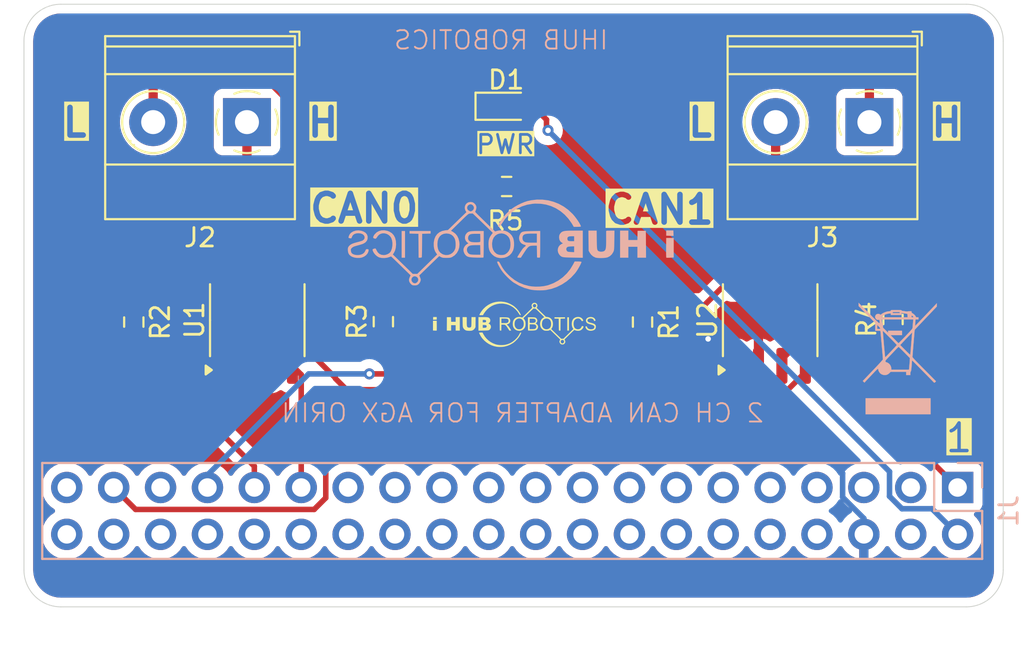
<source format=kicad_pcb>
(kicad_pcb (version 20240108) (generator "pcbnew") (generator_version "8.0")
  (layers (0 "F.Cu" signal) (31 "B.Cu" signal) (34 "B.Paste" user) (35 "F.Paste" user) (36 "B.SilkS" user "B.Silkscreen") (37 "F.SilkS" user "F.Silkscreen") (38 "B.Mask" user) (39 "F.Mask" user) (44 "Edge.Cuts" user))
  (net 0 "")
  (net 1 "Net-(D1-K)")
  (net 2 "+5V")
  (net 4 "Net-(J1-Pin_37)")
  (net 15 "Net-(J1-Pin_33)")
  (net 19 "Net-(J1-Pin_31)")
  (net 22 "GND")
  (net 36 "+3.3V")
  (net 37 "Net-(J1-Pin_29)")
  (net 42 "Net-(J2-Pin_1)")
  (net 43 "Net-(J2-Pin_2)")
  (net 44 "Net-(J3-Pin_1)")
  (net 45 "Net-(J3-Pin_2)")
  (net 46 "Net-(U2-Rs)")
  (net 47 "Net-(U1-Rs)")
  (footprint "LED_SMD:LED_0603_1608Metric_Pad1.05x0.95mm_HandSolder" (layer "F.Cu") (at 97.3525 112.07)
    (property "Reference" "D1" (at 0 -1.43 0) (layer "F.SilkS"))
    (property "Value" "PWR" (at -0.0425 2.07 0) (layer "F.SilkS" knockout))
    (pad "1" smd roundrect (at -0.875 0) (size 1.05 0.95) (layers "F.Cu" "F.Paste" "F.Mask") (net 1 "Net-(D1-K)"))
    (pad "2" smd roundrect (at 0.875 0) (size 1.05 0.95) (layers "F.Cu" "F.Paste" "F.Mask") (net 2 "+5V"))
  )
  (footprint "Resistor_SMD:R_0603_1608Metric_Pad0.98x0.95mm_HandSolder" (layer "F.Cu") (at 104.74 123.77 -90)
    (property "Reference" "R1" (at 0 -1.43 90) (layer "F.SilkS"))
    (property "Value" "10K")
    (pad "1" smd roundrect (at -0.9125 0 270) (size 0.975 0.95) (layers "F.Cu" "F.Paste" "F.Mask") (net 46 "Net-(U2-Rs)"))
    (pad "2" smd roundrect (at 0.9125 0 270) (size 0.975 0.95) (layers "F.Cu" "F.Paste" "F.Mask") (net 22 "GND"))
  )
  (footprint "Package_SO:SOIC-8_3.9x4.9mm_P1.27mm" (layer "F.Cu") (at 83.87 123.67 90)
    (property "Reference" "U1" (at 0 -3.4 90) (layer "F.SilkS"))
    (property "Value" "SN65HVD230")
    (pad "1" smd roundrect (at -2.475 -1.905 90) (size 1.95 0.6) (layers "F.Cu" "F.Paste" "F.Mask") (net 19 "Net-(J1-Pin_31)"))
    (pad "2" smd roundrect (at -2.475 -0.635 90) (size 1.95 0.6) (layers "F.Cu" "F.Paste" "F.Mask") (net 22 "GND"))
    (pad "3" smd roundrect (at -2.475 0.635 90) (size 1.95 0.6) (layers "F.Cu" "F.Paste" "F.Mask") (net 36 "+3.3V"))
    (pad "4" smd roundrect (at -2.475 1.905 90) (size 1.95 0.6) (layers "F.Cu" "F.Paste" "F.Mask") (net 37 "Net-(J1-Pin_29)"))
    (pad "5" smd roundrect (at 2.475 1.905 90) (size 1.95 0.6) (layers "F.Cu" "F.Paste" "F.Mask"))
    (pad "6" smd roundrect (at 2.475 0.635 90) (size 1.95 0.6) (layers "F.Cu" "F.Paste" "F.Mask") (net 43 "Net-(J2-Pin_2)"))
    (pad "7" smd roundrect (at 2.475 -0.635 90) (size 1.95 0.6) (layers "F.Cu" "F.Paste" "F.Mask") (net 42 "Net-(J2-Pin_1)"))
    (pad "8" smd roundrect (at 2.475 -1.905 90) (size 1.95 0.6) (layers "F.Cu" "F.Paste" "F.Mask") (net 47 "Net-(U1-Rs)"))
  )
  (footprint "Resistor_SMD:R_0603_1608Metric_Pad0.98x0.95mm_HandSolder" (layer "F.Cu") (at 97.3775 116.42)
    (property "Reference" "R5" (at -0.0675 1.86 0) (layer "F.SilkS"))
    (property "Value" "220")
    (pad "1" smd roundrect (at -0.9125 0) (size 0.975 0.95) (layers "F.Cu" "F.Paste" "F.Mask") (net 1 "Net-(D1-K)"))
    (pad "2" smd roundrect (at 0.9125 0) (size 0.975 0.95) (layers "F.Cu" "F.Paste" "F.Mask") (net 22 "GND"))
  )
  (footprint "LOGO" (layer "F.Cu") (at 97.716057 123.949099)
    (property "Reference" "G***" (hide yes))
    (property "Value" "LOGO" (hide yes))
  )
  (footprint "TerminalBlock_Phoenix:TerminalBlock_Phoenix_MKDS-1,5-2-5.08_1x02_P5.08mm_Horizontal" (layer "F.Cu") (at 117.03 112.93 180)
    (property "Reference" "J3" (at 2.54 -6.26 360) (layer "F.SilkS"))
    (property "Value" "cn1")
    (pad "1" thru_hole rect (at 0 0 180) (size 2.6 2.6) (drill 1.3) (layers "*.Cu" "*.Mask") (net 44 "Net-(J3-Pin_1)"))
    (pad "2" thru_hole circle (at 5.08 0 180) (size 2.6 2.6) (drill 1.3) (layers "*.Cu" "*.Mask") (net 45 "Net-(J3-Pin_2)"))
  )
  (footprint "Resistor_SMD:R_0603_1608Metric_Pad0.98x0.95mm_HandSolder" (layer "F.Cu") (at 77.18 123.77 -90)
    (property "Reference" "R2" (at 0 -1.43 90) (layer "F.SilkS"))
    (property "Value" "10K")
    (pad "1" smd roundrect (at -0.9125 0 270) (size 0.975 0.95) (layers "F.Cu" "F.Paste" "F.Mask") (net 47 "Net-(U1-Rs)"))
    (pad "2" smd roundrect (at 0.9125 0 270) (size 0.975 0.95) (layers "F.Cu" "F.Paste" "F.Mask") (net 22 "GND"))
  )
  (footprint "Package_SO:SOIC-8_3.9x4.9mm_P1.27mm" (layer "F.Cu") (at 111.655 123.67 90)
    (property "Reference" "U2" (at 0 -3.4 90) (layer "F.SilkS"))
    (property "Value" "SN65HVD230")
    (pad "1" smd roundrect (at -2.475 -1.905 90) (size 1.95 0.6) (layers "F.Cu" "F.Paste" "F.Mask") (net 15 "Net-(J1-Pin_33)"))
    (pad "2" smd roundrect (at -2.475 -0.635 90) (size 1.95 0.6) (layers "F.Cu" "F.Paste" "F.Mask") (net 22 "GND"))
    (pad "3" smd roundrect (at -2.475 0.635 90) (size 1.95 0.6) (layers "F.Cu" "F.Paste" "F.Mask") (net 36 "+3.3V"))
    (pad "4" smd roundrect (at -2.475 1.905 90) (size 1.95 0.6) (layers "F.Cu" "F.Paste" "F.Mask") (net 4 "Net-(J1-Pin_37)"))
    (pad "5" smd roundrect (at 2.475 1.905 90) (size 1.95 0.6) (layers "F.Cu" "F.Paste" "F.Mask"))
    (pad "6" smd roundrect (at 2.475 0.635 90) (size 1.95 0.6) (layers "F.Cu" "F.Paste" "F.Mask") (net 45 "Net-(J3-Pin_2)"))
    (pad "7" smd roundrect (at 2.475 -0.635 90) (size 1.95 0.6) (layers "F.Cu" "F.Paste" "F.Mask") (net 44 "Net-(J3-Pin_1)"))
    (pad "8" smd roundrect (at 2.475 -1.905 90) (size 1.95 0.6) (layers "F.Cu" "F.Paste" "F.Mask") (net 46 "Net-(U2-Rs)"))
  )
  (footprint "Resistor_SMD:R_0603_1608Metric_Pad0.98x0.95mm_HandSolder" (layer "F.Cu") (at 118.31 123.63 90)
    (property "Reference" "R4" (at 0 -1.43 90) (layer "F.SilkS"))
    (property "Value" "120")
    (pad "1" smd roundrect (at -0.9125 0 90) (size 0.975 0.95) (layers "F.Cu" "F.Paste" "F.Mask") (net 44 "Net-(J3-Pin_1)"))
    (pad "2" smd roundrect (at 0.9125 0 90) (size 0.975 0.95) (layers "F.Cu" "F.Paste" "F.Mask") (net 45 "Net-(J3-Pin_2)"))
  )
  (footprint "Resistor_SMD:R_0603_1608Metric_Pad0.98x0.95mm_HandSolder" (layer "F.Cu") (at 90.7 123.75 90)
    (property "Reference" "R3" (at 0 -1.43 90) (layer "F.SilkS"))
    (property "Value" "120")
    (pad "1" smd roundrect (at -0.9125 0 90) (size 0.975 0.95) (layers "F.Cu" "F.Paste" "F.Mask") (net 42 "Net-(J2-Pin_1)"))
    (pad "2" smd roundrect (at 0.9125 0 90) (size 0.975 0.95) (layers "F.Cu" "F.Paste" "F.Mask") (net 43 "Net-(J2-Pin_2)"))
  )
  (footprint "TerminalBlock_Phoenix:TerminalBlock_Phoenix_MKDS-1,5-2-5.08_1x02_P5.08mm_Horizontal" (layer "F.Cu") (at 83.31 112.93 180)
    (property "Reference" "J2" (at 2.54 -6.26 360) (layer "F.SilkS"))
    (property "Value" "cn0")
    (pad "1" thru_hole rect (at 0 0 180) (size 2.6 2.6) (drill 1.3) (layers "*.Cu" "*.Mask") (net 42 "Net-(J2-Pin_1)"))
    (pad "2" thru_hole circle (at 5.08 0 180) (size 2.6 2.6) (drill 1.3) (layers "*.Cu" "*.Mask") (net 43 "Net-(J2-Pin_2)"))
  )
  (footprint "Symbol:WEEE-Logo_4.2x6mm_SilkScreen" (layer "B.Cu") (at 118.57 125.75 180)
    (property "Reference" "REF**" (hide yes))
    (property "Value" "WEEE-Logo_4.2x6mm_SilkScreen" (hide yes))
  )
  (footprint "LOGO" (layer "B.Cu") (at 97.77 119.71 180)
    (property "Reference" "G***" (hide yes))
    (property "Value" "LOGO" (hide yes))
  )
  (footprint "Connector_PinSocket_2.54mm:PinSocket_2x20_P2.54mm_Vertical" (layer "B.Cu") (at 121.81 132.74 90)
    (property "Reference" "J1" (at -1.27 2.77 90) (layer "B.SilkS") (effects (justify mirror)))
    (property "Value" "Conn_02x20_Odd_Even")
    (pad "1" thru_hole rect (at 0 0 90) (size 1.7 1.7) (drill 1) (layers "*.Cu" "*.Mask") (net 36 "+3.3V"))
    (pad "2" thru_hole oval (at -2.54 0 90) (size 1.7 1.7) (drill 1) (layers "*.Cu" "*.Mask") (net 2 "+5V"))
    (pad "3" thru_hole oval (at 0 -2.54 90) (size 1.7 1.7) (drill 1) (layers "*.Cu" "*.Mask"))
    (pad "4" thru_hole oval (at -2.54 -2.54 90) (size 1.7 1.7) (drill 1) (layers "*.Cu" "*.Mask"))
    (pad "5" thru_hole oval (at 0 -5.08 90) (size 1.7 1.7) (drill 1) (layers "*.Cu" "*.Mask"))
    (pad "6" thru_hole oval (at -2.54 -5.08 90) (size 1.7 1.7) (drill 1) (layers "*.Cu" "*.Mask") (net 22 "GND"))
    (pad "7" thru_hole oval (at 0 -7.62 90) (size 1.7 1.7) (drill 1) (layers "*.Cu" "*.Mask"))
    (pad "8" thru_hole oval (at -2.54 -7.62 90) (size 1.7 1.7) (drill 1) (layers "*.Cu" "*.Mask"))
    (pad "9" thru_hole oval (at 0 -10.16 90) (size 1.7 1.7) (drill 1) (layers "*.Cu" "*.Mask"))
    (pad "10" thru_hole oval (at -2.54 -10.16 90) (size 1.7 1.7) (drill 1) (layers "*.Cu" "*.Mask"))
    (pad "11" thru_hole oval (at 0 -12.7 90) (size 1.7 1.7) (drill 1) (layers "*.Cu" "*.Mask"))
    (pad "12" thru_hole oval (at -2.54 -12.7 90) (size 1.7 1.7) (drill 1) (layers "*.Cu" "*.Mask"))
    (pad "13" thru_hole oval (at 0 -15.24 90) (size 1.7 1.7) (drill 1) (layers "*.Cu" "*.Mask"))
    (pad "14" thru_hole oval (at -2.54 -15.24 90) (size 1.7 1.7) (drill 1) (layers "*.Cu" "*.Mask"))
    (pad "15" thru_hole oval (at 0 -17.78 90) (size 1.7 1.7) (drill 1) (layers "*.Cu" "*.Mask"))
    (pad "16" thru_hole oval (at -2.54 -17.78 90) (size 1.7 1.7) (drill 1) (layers "*.Cu" "*.Mask"))
    (pad "17" thru_hole oval (at 0 -20.32 90) (size 1.7 1.7) (drill 1) (layers "*.Cu" "*.Mask"))
    (pad "18" thru_hole oval (at -2.54 -20.32 90) (size 1.7 1.7) (drill 1) (layers "*.Cu" "*.Mask"))
    (pad "19" thru_hole oval (at 0 -22.86 90) (size 1.7 1.7) (drill 1) (layers "*.Cu" "*.Mask"))
    (pad "20" thru_hole oval (at -2.54 -22.86 90) (size 1.7 1.7) (drill 1) (layers "*.Cu" "*.Mask"))
    (pad "21" thru_hole oval (at 0 -25.4 90) (size 1.7 1.7) (drill 1) (layers "*.Cu" "*.Mask"))
    (pad "22" thru_hole oval (at -2.54 -25.4 90) (size 1.7 1.7) (drill 1) (layers "*.Cu" "*.Mask"))
    (pad "23" thru_hole oval (at 0 -27.94 90) (size 1.7 1.7) (drill 1) (layers "*.Cu" "*.Mask"))
    (pad "24" thru_hole oval (at -2.54 -27.94 90) (size 1.7 1.7) (drill 1) (layers "*.Cu" "*.Mask"))
    (pad "25" thru_hole oval (at 0 -30.48 90) (size 1.7 1.7) (drill 1) (layers "*.Cu" "*.Mask"))
    (pad "26" thru_hole oval (at -2.54 -30.48 90) (size 1.7 1.7) (drill 1) (layers "*.Cu" "*.Mask"))
    (pad "27" thru_hole oval (at 0 -33.02 90) (size 1.7 1.7) (drill 1) (layers "*.Cu" "*.Mask"))
    (pad "28" thru_hole oval (at -2.54 -33.02 90) (size 1.7 1.7) (drill 1) (layers "*.Cu" "*.Mask"))
    (pad "29" thru_hole oval (at 0 -35.56 90) (size 1.7 1.7) (drill 1) (layers "*.Cu" "*.Mask") (net 37 "Net-(J1-Pin_29)"))
    (pad "30" thru_hole oval (at -2.54 -35.56 90) (size 1.7 1.7) (drill 1) (layers "*.Cu" "*.Mask"))
    (pad "31" thru_hole oval (at 0 -38.1 90) (size 1.7 1.7) (drill 1) (layers "*.Cu" "*.Mask") (net 19 "Net-(J1-Pin_31)"))
    (pad "32" thru_hole oval (at -2.54 -38.1 90) (size 1.7 1.7) (drill 1) (layers "*.Cu" "*.Mask"))
    (pad "33" thru_hole oval (at 0 -40.64 90) (size 1.7 1.7) (drill 1) (layers "*.Cu" "*.Mask") (net 15 "Net-(J1-Pin_33)"))
    (pad "34" thru_hole oval (at -2.54 -40.64 90) (size 1.7 1.7) (drill 1) (layers "*.Cu" "*.Mask"))
    (pad "35" thru_hole oval (at 0 -43.18 90) (size 1.7 1.7) (drill 1) (layers "*.Cu" "*.Mask"))
    (pad "36" thru_hole oval (at -2.54 -43.18 90) (size 1.7 1.7) (drill 1) (layers "*.Cu" "*.Mask"))
    (pad "37" thru_hole oval (at 0 -45.72 90) (size 1.7 1.7) (drill 1) (layers "*.Cu" "*.Mask") (net 4 "Net-(J1-Pin_37)"))
    (pad "38" thru_hole oval (at -2.54 -45.72 90) (size 1.7 1.7) (drill 1) (layers "*.Cu" "*.Mask"))
    (pad "39" thru_hole oval (at 0 -48.26 90) (size 1.7 1.7) (drill 1) (layers "*.Cu" "*.Mask"))
    (pad "40" thru_hole oval (at -2.54 -48.26 90) (size 1.7 1.7) (drill 1) (layers "*.Cu" "*.Mask"))
  )
  (gr_line (start 122.28 139.21) (end 73.23 139.21) (stroke (width 0.05)) (layer "Edge.Cuts"))
  (gr_arc (start 71.23 108.54) (mid 71.815786 107.125786) (end 73.23 106.54) (stroke (width 0.05)) (layer "Edge.Cuts"))
  (gr_line (start 124.28 108.54) (end 124.28 137.21) (stroke (width 0.05)) (layer "Edge.Cuts"))
  (gr_line (start 73.23 106.54) (end 122.28 106.54) (stroke (width 0.05)) (layer "Edge.Cuts"))
  (gr_line (start 71.23 137.21) (end 71.23 108.54) (stroke (width 0.05)) (layer "Edge.Cuts"))
  (gr_arc (start 122.28 106.54) (mid 123.694214 107.125786) (end 124.28 108.54) (stroke (width 0.05)) (layer "Edge.Cuts"))
  (gr_arc (start 73.23 139.21) (mid 71.815786 138.624214) (end 71.23 137.21) (stroke (width 0.05)) (layer "Edge.Cuts"))
  (gr_arc (start 124.28 137.21) (mid 123.694214 138.624214) (end 122.28 139.21) (stroke (width 0.05)) (layer "Edge.Cuts"))
  (gr_text "#A_d" (at 72.74 130.14 0) (layer "F.Cu") (effects (font (size 1 1) (thickness 0.1)) (justify left bottom)))
  (gr_text "IHUB ROBOTICS" (at 102.95 109.07 0) (layer "B.SilkS") (effects (font (size 1 1) (thickness 0.1)) (justify left bottom mirror)))
  (gr_text "2 CH CAN ADAPTER FOR AGX ORIN" (at 111.38 129.29 0) (layer "B.SilkS") (effects (font (size 1 1) (thickness 0.1)) (justify left bottom mirror)))
  (gr_text "CAN0" (at 86.57 118.49 0) (layer "F.SilkS" knockout) (effects (font (size 1.5 1.5) (thickness 0.3) (bold yes)) (justify left bottom)))
  (gr_text "H" (at 120.23 113.83 0) (layer "F.SilkS" knockout) (effects (font (size 1.5 1.5) (thickness 0.3) (bold yes)) (justify left bottom)))
  (gr_text "CAN1" (at 102.57 118.55 0) (layer "F.SilkS" knockout) (effects (font (size 1.5 1.5) (thickness 0.3) (bold yes)) (justify left bottom)))
  (gr_text "L" (at 107.05 113.83 0) (layer "F.SilkS" knockout) (effects (font (size 1.5 1.5) (thickness 0.3) (bold yes)) (justify left bottom)))
  (gr_text "1" (at 121.05 130.93 0) (layer "F.SilkS" knockout) (effects (font (size 1.5 1.5) (thickness 0.1875)) (justify left bottom)))
  (gr_text "L" (at 73.17 113.83 0) (layer "F.SilkS" knockout) (effects (font (size 1.5 1.5) (thickness 0.3) (bold yes)) (justify left bottom)))
  (gr_text "H" (at 86.45 113.83 0) (layer "F.SilkS" knockout) (effects (font (size 1.5 1.5) (thickness 0.3) (bold yes)) (justify left bottom)))
  (segment (start 96.465 116.42) (end 96.4775 116.4075) (width 0.2) (layer "F.Cu") (net 1))
  (segment (start 96.4775 116.4075) (end 96.4775 112.07) (width 0.3) (layer "F.Cu") (net 1))
  (segment (start 99.5375 113.38) (end 99.5375 112.7975) (width 0.3) (layer "F.Cu") (net 2))
  (segment (start 99.5375 112.7975) (end 98.81 112.07) (width 0.3) (layer "F.Cu") (net 2))
  (segment (start 98.81 112.07) (end 98.2275 112.07) (width 0.3) (layer "F.Cu") (net 2))
  (segment (start 99.62 113.38) (end 99.5375 113.38) (width 0.2) (layer "F.Cu") (net 2))
  (via (at 99.62 113.38) (size 0.6) (drill 0.3) (layers "F.Cu" "B.Cu") (net 2))
  (segment (start 118.12 133.216346) (end 118.793654 133.89) (width 0.3) (layer "B.Cu") (net 2))
  (segment (start 118.793654 133.89) (end 120.42 133.89) (width 0.3) (layer "B.Cu") (net 2))
  (segment (start 120.42 133.89) (end 121.81 135.28) (width 0.3) (layer "B.Cu") (net 2))
  (segment (start 118.12 131.88) (end 118.12 133.216346) (width 0.3) (layer "B.Cu") (net 2))
  (segment (start 99.62 113.38) (end 118.12 131.88) (width 0.3) (layer "B.Cu") (net 2))
  (segment (start 113.56 126.145) (end 113.56 126.490552) (width 0.2) (layer "F.Cu") (net 4))
  (segment (start 87.58 130.06) (end 87.58 133.3) (width 0.3) (layer "F.Cu") (net 4))
  (segment (start 88.6723 128.9677) (end 87.58 130.06) (width 0.3) (layer "F.Cu") (net 4))
  (segment (start 113.56 126.490552) (end 111.082852 128.9677) (width 0.3) (layer "F.Cu") (net 4))
  (segment (start 111.082852 128.9677) (end 88.6723 128.9677) (width 0.3) (layer "F.Cu") (net 4))
  (segment (start 86.95 133.93) (end 77.28 133.93) (width 0.3) (layer "F.Cu") (net 4))
  (segment (start 87.58 133.3) (end 86.95 133.93) (width 0.3) (layer "F.Cu") (net 4))
  (segment (start 77.28 133.93) (end 76.09 132.74) (width 0.3) (layer "F.Cu") (net 4))
  (segment (start 92.6 126.21) (end 109.685 126.21) (width 0.3) (layer "F.Cu") (net 15))
  (segment (start 92.23 126.58) (end 92.6 126.21) (width 0.3) (layer "F.Cu") (net 15))
  (segment (start 89.94 126.58) (end 92.23 126.58) (width 0.3) (layer "F.Cu") (net 15))
  (segment (start 109.685 126.21) (end 109.75 126.145) (width 0.3) (layer "F.Cu") (net 15))
  (via (at 89.94 126.58) (size 0.6) (drill 0.3) (layers "F.Cu" "B.Cu") (net 15))
  (segment (start 89.94 126.58) (end 86.656 126.58) (width 0.3) (layer "B.Cu") (net 15))
  (segment (start 81.17 132.066) (end 81.17 132.74) (width 0.2) (layer "B.Cu") (net 15))
  (segment (start 86.656 126.58) (end 81.17 132.066) (width 0.3) (layer "B.Cu") (net 15))
  (segment (start 83.71 132.74) (end 83.71 131.5883) (width 0.3) (layer "F.Cu") (net 19))
  (segment (start 83.71 131.5883) (end 81.965 129.8433) (width 0.3) (layer "F.Cu") (net 19))
  (segment (start 81.965 129.8433) (end 81.965 126.145) (width 0.3) (layer "F.Cu") (net 19))
  (segment (start 111.02 125.752) (end 111.02 126.145) (width 0.2) (layer "F.Cu") (net 22))
  (segment (start 83.235 126.145) (end 83.235 125.7885) (width 0.2) (layer "F.Cu") (net 22))
  (via (at 108.2925 124.6825) (size 0.6) (drill 0.3) (layers "F.Cu" "B.Cu") (net 22))
  (segment (start 115.5783 131.9683) (end 108.2925 124.6825) (width 0.3) (layer "B.Cu") (net 22))
  (segment (start 116.73 135.28) (end 116.73 134.4163) (width 0.3) (layer "B.Cu") (net 22))
  (segment (start 115.5783 133.2646) (end 115.5783 131.9683) (width 0.3) (layer "B.Cu") (net 22))
  (segment (start 116.73 134.4163) (end 115.5783 133.2646) (width 0.3) (layer "B.Cu") (net 22))
  (segment (start 121.81 132.74) (end 113.9251 124.8551) (width 0.3) (layer "F.Cu") (net 36))
  (segment (start 84.505 126.145) (end 84.505 125.7985) (width 0.2) (layer "F.Cu") (net 36))
  (segment (start 111.4173 127.4398) (end 112.29 126.5671) (width 0.3) (layer "F.Cu") (net 36))
  (segment (start 84.505 125.7985) (end 85.4484 124.8551) (width 0.3) (layer "F.Cu") (net 36))
  (segment (start 88.1 126.7942) (end 88.1 126.828529) (width 0.2) (layer "F.Cu") (net 36))
  (segment (start 112.29 126.5671) (end 112.29 126.145) (width 0.2) (layer "F.Cu") (net 36))
  (segment (start 88.711271 127.4398) (end 111.4173 127.4398) (width 0.3) (layer "F.Cu") (net 36))
  (segment (start 113.2334 124.8551) (end 112.29 125.7985) (width 0.3) (layer "F.Cu") (net 36))
  (segment (start 113.9251 124.8551) (end 113.2334 124.8551) (width 0.3) (layer "F.Cu") (net 36))
  (segment (start 112.29 125.7985) (end 112.29 126.145) (width 0.2) (layer "F.Cu") (net 36))
  (segment (start 86.1609 124.8551) (end 88.1 126.7942) (width 0.3) (layer "F.Cu") (net 36))
  (segment (start 85.4484 124.8551) (end 86.1609 124.8551) (width 0.3) (layer "F.Cu") (net 36))
  (segment (start 88.1 126.828529) (end 88.711271 127.4398) (width 0.3) (layer "F.Cu") (net 36))
  (segment (start 86.25 126.62) (end 85.775 126.145) (width 0.3) (layer "F.Cu") (net 37))
  (segment (start 86.25 132.74) (end 86.25 126.62) (width 0.3) (layer "F.Cu") (net 37))
  (segment (start 83.235 122.435) (end 83.235 121.6464) (width 0.5) (layer "F.Cu") (net 42))
  (segment (start 83.235 121.195) (end 83.235 117.345) (width 0.5) (layer "F.Cu") (net 42))
  (segment (start 83.31 117.27) (end 83.31 112.93) (width 0.5) (layer "F.Cu") (net 42))
  (segment (start 83.235 121.6464) (end 83.235 121.195) (width 0.2) (layer "F.Cu") (net 42))
  (segment (start 83.235 117.345) (end 83.31 117.27) (width 0.5) (layer "F.Cu") (net 42))
  (segment (start 90.7 124.6625) (end 89.8952 123.8577) (width 0.5) (layer "F.Cu") (net 42))
  (segment (start 89.8952 123.8577) (end 84.6577 123.8577) (width 0.5) (layer "F.Cu") (net 42))
  (segment (start 84.6577 123.8577) (end 83.235 122.435) (width 0.5) (layer "F.Cu") (net 42))
  (segment (start 84.505 121.195) (end 84.505 118.345) (width 0.5) (layer "F.Cu") (net 43))
  (segment (start 84.505 121.752684) (end 84.505 121.6354) (width 0.5) (layer "F.Cu") (net 43))
  (segment (start 84.505 121.6354) (end 84.505 121.195) (width 0.2) (layer "F.Cu") (net 43))
  (segment (start 90.5675 122.87) (end 90.6175 122.92) (width 0.5) (layer "F.Cu") (net 43))
  (segment (start 78.23 110.89) (end 78.23 112.93) (width 0.5) (layer "F.Cu") (net 43))
  (segment (start 84.09 110.21) (end 78.91 110.21) (width 0.5) (layer "F.Cu") (net 43))
  (segment (start 84.505 118.345) (end 84.57 118.28) (width 0.2) (layer "F.Cu") (net 43))
  (segment (start 78.91 110.21) (end 78.23 110.89) (width 0.5) (layer "F.Cu") (net 43))
  (segment (start 85.44 111.56) (end 84.09 110.21) (width 0.5) (layer "F.Cu") (net 43))
  (segment (start 84.57 118.28) (end 85.44 117.41) (width 0.5) (layer "F.Cu") (net 43))
  (segment (start 85.44 117.41) (end 85.44 111.56) (width 0.5) (layer "F.Cu") (net 43))
  (segment (start 85.8396 122.87) (end 90.5675 122.87) (width 0.5) (layer "F.Cu") (net 43))
  (segment (start 85.622316 122.87) (end 84.505 121.752684) (width 0.5) (layer "F.Cu") (net 43))
  (segment (start 90.7 122.8375) (end 90.6175 122.92) (width 0.55) (layer "F.Cu") (net 43))
  (segment (start 85.8396 122.87) (end 85.622316 122.87) (width 0.5) (layer "F.Cu") (net 43))
  (segment (start 115.35 124.55) (end 114.65 123.85) (width 0.5) (layer "F.Cu") (net 44))
  (segment (start 117.03 110.79) (end 117.03 112.73) (width 0.5) (layer "F.Cu") (net 44))
  (segment (start 111.02 122.13) (end 111.02 121.6464) (width 0.5) (layer "F.Cu") (net 44))
  (segment (start 109.19 114.84) (end 109.19 110.44) (width 0.5) (layer "F.Cu") (net 44))
  (segment (start 114.65 123.85) (end 112.74 123.85) (width 0.5) (layer "F.Cu") (net 44))
  (segment (start 118.31 124.5425) (end 118.3025 124.55) (width 0.5) (layer "F.Cu") (net 44))
  (segment (start 111.02 116.67) (end 109.19 114.84) (width 0.5) (layer "F.Cu") (net 44))
  (segment (start 109.19 110.44) (end 110.01 109.62) (width 0.5) (layer "F.Cu") (net 44))
  (segment (start 115.86 109.62) (end 117.03 110.79) (width 0.5) (layer "F.Cu") (net 44))
  (segment (start 118.3025 124.55) (end 115.35 124.55) (width 0.5) (layer "F.Cu") (net 44))
  (segment (start 110.01 109.62) (end 115.86 109.62) (width 0.5) (layer "F.Cu") (net 44))
  (segment (start 111.02 121.195) (end 111.02 116.67) (width 0.5) (layer "F.Cu") (net 44))
  (segment (start 112.74 123.85) (end 111.02 122.13) (width 0.5) (layer "F.Cu") (net 44))
  (segment (start 112.29 117.51) (end 111.95 117.17) (width 0.5) (layer "F.Cu") (net 45))
  (segment (start 111.95 117.17) (end 111.95 112.73) (width 0.5) (layer "F.Cu") (net 45))
  (segment (start 112.29 122.03) (end 112.29 121.5513) (width 0.5) (layer "F.Cu") (net 45))
  (segment (start 118.31 122.7175) (end 112.9775 122.7175) (width 0.5) (layer "F.Cu") (net 45))
  (segment (start 112.29 121.195) (end 112.29 117.51) (width 0.5) (layer "F.Cu") (net 45))
  (segment (start 112.9775 122.7175) (end 112.29 122.03) (width 0.5) (layer "F.Cu") (net 45))
  (segment (start 104.74 122.8575) (end 108.0875 122.8575) (width 0.3) (layer "F.Cu") (net 46))
  (segment (start 108.0875 122.8575) (end 109.75 121.195) (width 0.3) (layer "F.Cu") (net 46))
  (segment (start 78.8425 121.195) (end 81.965 121.195) (width 0.3) (layer "F.Cu") (net 47))
  (segment (start 77.18 122.8575) (end 78.8425 121.195) (width 0.3) (layer "F.Cu") (net 47))
  (zone (net 22) (net_name "GND") (layers "F&B.Cu") (connect_pads (clearance 0.5)) (min_thickness 0.25) (fill yes (thermal_gap 0.5) (thermal_bridge_width 0.5))
    (polygon (pts (xy 71.07 106.36) (xy 124.44 106.31) (xy 124.29 140.25) (xy 70.87 140.18)))
  )
)
</source>
